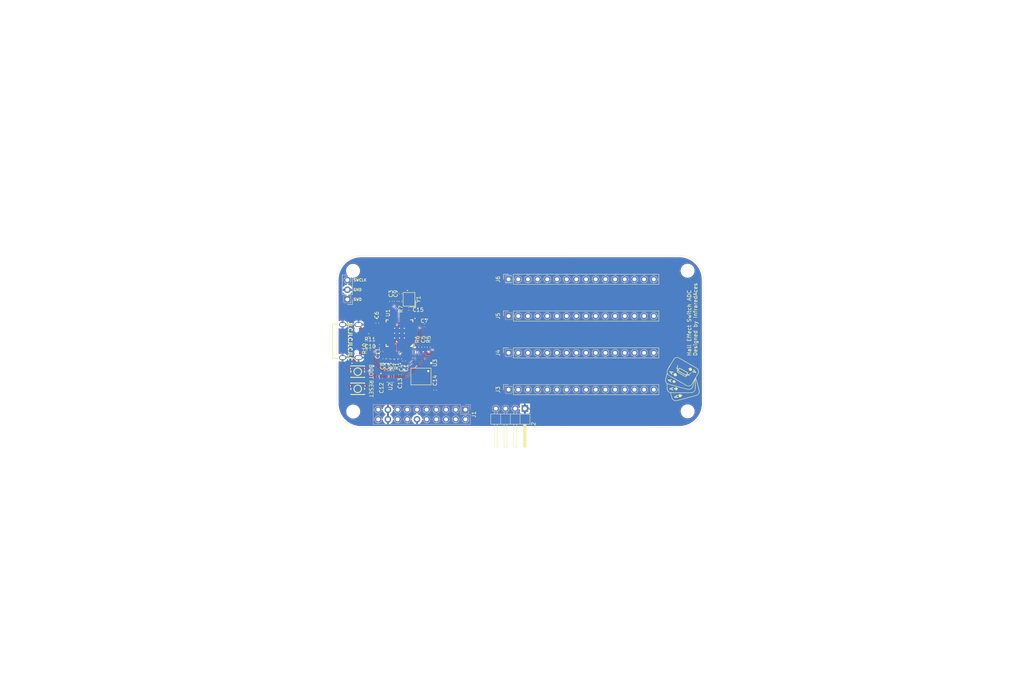
<source format=kicad_pcb>
(kicad_pcb (version 20240108) (generator "pcbnew") (generator_version "8.0")
  (layers (0 "F.Cu" signal) (31 "B.Cu" signal) (34 "B.Paste" user) (35 "F.Paste" user) (36 "B.SilkS" user "B.Silkscreen") (37 "F.SilkS" user "F.Silkscreen") (38 "B.Mask" user) (39 "F.Mask" user) (44 "Edge.Cuts" user))
  (net 0 "")
  (net 1 "+3V3")
  (net 2 "+1V1")
  (net 3 "1XIN")
  (net 4 "Net-(U1-USB_DP)")
  (net 5 "GND")
  (net 6 "Net-(U1-USB_DM)")
  (net 7 "1QSPI_SS")
  (net 8 "1XOUT")
  (net 9 "+5V")
  (net 10 "1QSPI_SD3")
  (net 11 "1QSPI_SCLK")
  (net 12 "1QSPI_SD0")
  (net 13 "1QSPI_SD2")
  (net 14 "1QSPI_SD1")
  (net 16 "USBC+")
  (net 17 "USBC-")
  (net 18 "SWD")
  (net 19 "SWCLK")
  (net 20 "GP27")
  (net 21 "GP28")
  (net 22 "GP26")
  (net 23 "GP29")
  (net 24 "GP04")
  (net 25 "Net-(R5-Pad2)")
  (net 26 "Net-(U1-RUN)")
  (net 27 "GP01")
  (net 28 "GP00")
  (net 29 "GP03")
  (net 30 "GP02")
  (net 31 "GP05")
  (net 32 "GP09")
  (net 33 "GP24")
  (net 34 "GP07")
  (net 35 "GP08")
  (net 36 "GP06")
  (net 37 "GP25")
  (net 38 "GP10")
  (net 39 "GP23")
  (net 40 "GP17")
  (net 41 "GP13")
  (net 42 "Net-(Y1-OSC2)")
  (net 43 "Net-(USBC1-CC2)")
  (net 44 "Net-(USBC1-CC1)")
  (net 47 "GP20")
  (net 48 "GP19")
  (net 49 "GP18")
  (net 50 "GP12")
  (net 51 "GP21")
  (net 52 "GP11")
  (net 53 "GP16")
  (net 54 "GP15")
  (net 55 "GP22")
  (net 56 "GP14")
  (footprint "easyeda:SW-SMD_4P-L3.6-W3.0-P1.50-LS4.7" (layer "F.Cu") (at 109.149288 111.7)
    (property "Reference" "SW2" (hide yes))
    (property "Value" "GT-TC030A-H020-L1N")
  )
  (footprint "easyeda:USB-C_SMD-TYPE-C-31-M-12" (layer "F.Cu") (at 107.649288 103.7 -90)
    (property "Reference" "USBC1" (hide yes))
    (property "Value" "TYPE-C-31-M-12")
  )
  (footprint "Capacitor_SMD:C_0402_1005Metric" (layer "F.Cu") (at 119.101788 93.2625 90)
    (property "Reference" "C9")
    (property "Value" "100n")
  )
  (footprint "Capacitor_SMD:C_0402_1005Metric" (layer "F.Cu") (at 114.871788 105.0125 180)
    (property "Reference" "C10")
    (property "Value" "100n")
  )
  (footprint "MountingHole:MountingHole_3.2mm_M3" (layer "F.Cu") (at 195.672549 85.225 -90)
    (property "Reference" "H1" (hide yes))
    (property "Value" "MountingHole")
  )
  (footprint "Capacitor_SMD:C_0402_1005Metric" (layer "F.Cu") (at 115.451788 106.4375 -90)
    (property "Reference" "C11")
    (property "Value" "100n")
  )
  (footprint "easyeda:SW-SMD_4P-L3.6-W3.0-P1.50-LS4.7" (layer "F.Cu") (at 109.149288 116.2)
    (property "Reference" "SW1" (hide yes))
    (property "Value" "GT-TC030A-H020-L1N")
  )
  (footprint "MountingHole:MountingHole_3.2mm_M3" (layer "F.Cu") (at 107.972549 122.175 -90)
    (property "Reference" "H4" (hide yes))
    (property "Value" "MountingHole")
  )
  (footprint "Resistor_SMD:R_0402_1005Metric" (layer "F.Cu") (at 112.039288 102.125)
    (property "Reference" "R11")
    (property "Value" "5.1k")
  )
  (footprint "Connector_PinHeader_2.54mm:PinHeader_1x03_P2.54mm_Vertical" (layer "F.Cu") (at 106.430121 92.759167 180)
    (property "Reference" "J9" (hide yes))
    (property "Value" "Conn_01x03_Pin")
  )
  (footprint "Capacitor_SMD:C_0402_1005Metric" (layer "F.Cu") (at 121.351788 108.9125 -90)
    (property "Reference" "C1")
    (property "Value" "100n")
  )
  (footprint "Capacitor_SMD:C_0402_1005Metric" (layer "F.Cu") (at 114.289288 98.9725 90)
    (property "Reference" "C6")
    (property "Value" "100n")
  )
  (footprint "Capacitor_SMD:C_0402_1005Metric" (layer "F.Cu") (at 115.264288 113.475 90)
    (property "Reference" "C12")
    (property "Value" "1u")
  )
  (footprint "Capacitor_SMD:C_0402_1005Metric" (layer "F.Cu") (at 117.851788 93.2625 90)
    (property "Reference" "C3")
    (property "Value" "100n")
  )
  (footprint "Logo:InfraredAces-logo-11.5x9mm" (layer "F.Cu") (at 194.300375 113.676211 90)
    (property "Reference" "G***" (hide yes))
    (property "Value" "LOGO" (hide yes))
  )
  (footprint "Capacitor_SMD:C_0402_1005Metric" (layer "F.Cu") (at 126.339288 105.2625 -90)
    (property "Reference" "C5")
    (property "Value" "100n")
  )
  (footprint "Capacitor_SMD:C_0402_1005Metric" (layer "F.Cu") (at 120.301788 108.3125 -90)
    (property "Reference" "C4")
    (property "Value" "100n")
  )
  (footprint "Capacitor_SMD:C_0402_1005Metric" (layer "F.Cu") (at 120.239288 112.495 -90)
    (property "Reference" "C13")
    (property "Value" "1u")
  )
  (footprint "Resistor_SMD:R_0402_1005Metric" (layer "F.Cu") (at 127.739288 105.2625 90)
    (property "Reference" "R5")
    (property "Value" "1k")
  )
  (footprint "Capacitor_SMD:C_0402_1005Metric" (layer "F.Cu") (at 126.614288 99.55)
    (property "Reference" "C7")
    (property "Value" "100n")
  )
  (footprint "Capacitor_SMD:C_0402_1005Metric" (layer "F.Cu") (at 120.351788 91.2625 90)
    (property "Reference" "C16" (hide yes))
    (property "Value" "15p")
  )
  (footprint "easyeda:CRYSTAL-SMD_4P-L2.5-W2.0-BL" (layer "F.Cu") (at 122.601788 92.725 90)
    (property "Reference" "Y1")
    (property "Value" "Q24FA20H0068700")
  )
  (footprint "Capacitor_SMD:C_0402_1005Metric" (layer "F.Cu") (at 129.414288 116.52 -90)
    (property "Reference" "C14")
    (property "Value" "100n")
  )
  (footprint "Connector_PinHeader_2.54mm:PinHeader_1x04_P2.54mm_Horizontal" (layer "F.Cu") (at 152.989288 121.375 -90)
    (property "Reference" "J2")
    (property "Value" "Conn_01x04_Pin")
  )
  (footprint "MountingHole:MountingHole_3.2mm_M3" (layer "F.Cu") (at 107.922549 85.265 -90)
    (property "Reference" "H3" (hide yes))
    (property "Value" "MountingHole")
  )
  (footprint "Resistor_SMD:R_0402_1005Metric" (layer "F.Cu") (at 120.351788 93.2625 -90)
    (property "Reference" "R7")
    (property "Value" "1k")
  )
  (footprint "Connector_PinSocket_2.54mm:PinSocket_1x16_P2.54mm_Vertical" (layer "F.Cu") (at 148.710712 116.425 90)
    (property "Reference" "J3")
    (property "Value" "Screw_Terminal_01x16")
  )
  (footprint "Connector_PinSocket_2.54mm:PinSocket_1x16_P2.54mm_Vertical" (layer "F.Cu") (at 148.710712 106.775 90)
    (property "Reference" "J4")
    (property "Value" "Screw_Terminal_01x16")
  )
  (footprint "Connector_PinSocket_2.54mm:PinSocket_1x16_P2.54mm_Vertical" (layer "F.Cu") (at 148.710712 87.475 90)
    (property "Reference" "J6")
    (property "Value" "Screw_Terminal_01x16")
  )
  (footprint "Resistor_SMD:R_0402_1005Metric" (layer "F.Cu") (at 112.039288 105.975 -90)
    (property "Reference" "R10")
    (property "Value" "5.1k")
  )
  (footprint "Resistor_SMD:R_0402_1005Metric" (layer "F.Cu") (at 119.251788 108.4375 90)
    (property "Reference" "R1")
    (property "Value" "22")
  )
  (footprint "easyeda:SOT-23-5_L3.0-W1.7-P0.95-LS2.8-BR" (layer "F.Cu") (at 117.739288 112.975 180)
    (property "Reference" "U2")
    (property "Value" "TLV73333PDBVR")
  )
  (footprint "Connector_PinSocket_2.54mm:PinSocket_1x16_P2.54mm_Vertical" (layer "F.Cu") (at 148.710712 97.125 90)
    (property "Reference" "J5")
    (property "Value" "Screw_Terminal_01x16")
  )
  (footprint "Resistor_SMD:R_0402_1005Metric" (layer "F.Cu") (at 118.201788 108.4375 90)
    (property "Reference" "R2")
    (property "Value" "22")
  )
  (footprint "Capacitor_SMD:C_0402_1005Metric" (layer "F.Cu") (at 117.101788 108.2825 -90)
    (property "Reference" "C2")
    (property "Value" "1u")
  )
  (footprint "Capacitor_SMD:C_0402_1005Metric" (layer "F.Cu") (at 122.489288 95.225 180)
    (property "Reference" "C15")
    (property "Value" "15p")
  )
  (footprint "easyeda:LQFN-56_L7.0-W7.0-P0.4-EP" (layer "F.Cu") (at 120.101788 101.6125 180)
    (property "Reference" "U1")
    (property "Value" "RP2040")
  )
  (footprint "easyeda:SOIC-8_L5.3-W5.3-P1.27-LS8.0-BL" (layer "F.Cu") (at 125.739288 112.975 180)
    (property "Reference" "U3")
    (property "Value" "W25Q128JVSIQTR")
  )
  (footprint "MountingHole:MountingHole_3.2mm_M3" (layer "F.Cu") (at 195.682549 122.115 -90)
    (property "Reference" "H2" (hide yes))
    (property "Value" "MountingHole")
  )
  (footprint "Resistor_SMD:R_0402_1005Metric" (layer "F.Cu") (at 124.781788 105.2825 -90)
    (property "Reference" "R6")
    (property "Value" "10k")
  )
  (footprint "Capacitor_SMD:C_0402_1005Metric" (layer "F.Cu") (at 116.101788 108.3375 -90)
    (property "Reference" "C8")
    (property "Value" "1u")
  )
  (footprint "Connector_PinSocket_2.54mm:PinSocket_2x10_P2.54mm_Vertical" (layer "B.Cu") (at 137.392549 121.665 90)
    (property "Reference" "J1")
    (property "Value" "Conn_02x10_Odd_Even")
  )
  (gr_line (start 199.857245 87.745015) (end 199.892549 119.755) (stroke (width 0.05)) (layer "Edge.Cuts"))
  (gr_arc (start 110.347853 126.454985) (mid 105.592551 124.645018) (end 103.667853 119.934985) (stroke (width 0.05)) (layer "Edge.Cuts"))
  (gr_arc (start 103.672564 87.910304) (mid 105.482531 83.155002) (end 110.192564 81.230304) (stroke (width 0.05)) (layer "Edge.Cuts"))
  (gr_arc (start 199.892549 119.755) (mid 198.082582 124.510302) (end 193.372549 126.435) (stroke (width 0.05)) (layer "Edge.Cuts"))
  (gr_line (start 193.372549 126.435) (end 110.347853 126.454985) (stroke (width 0.05)) (layer "Edge.Cuts"))
  (gr_arc (start 193.177245 81.225015) (mid 197.932547 83.034982) (end 199.857245 87.745015) (stroke (width 0.05)) (layer "Edge.Cuts"))
  (gr_line (start 103.667853 119.934985) (end 103.672564 87.910304) (stroke (width 0.05)) (layer "Edge.Cuts"))
  (gr_line (start 110.192564 81.230304) (end 193.177245 81.225015) (stroke (width 0.05)) (layer "Edge.Cuts"))
  (gr_text "BOOT" (at 112.649288 111.7 -90) (layer "F.SilkS") (effects (font (size 1 1))))
  (gr_text "JLCJLCJLCJLC" (at 107.149288 103.7 -90) (layer "F.SilkS") (effects (font (size 1 1) (thickness 0.25) (bold yes))))
  (gr_text "GND" (at 107.930121 90.219167 0) (layer "F.SilkS") (effects (font (size 0.7 0.7)) (justify left)))
  (gr_text "SWD" (at 107.930121 92.759167 0) (layer "F.SilkS") (effects (font (size 0.7 0.7)) (justify left)))
  (gr_text "SWCLK" (at 107.930121 87.679167 0) (layer "F.SilkS") (effects (font (size 0.7 0.7)) (justify left)))
  (gr_text "RESET" (at 112.649288 116.2 -90) (layer "F.SilkS") (effects (font (size 1 1))))
  (gr_text "Hall Effect Switch ADC\nDesigned by InfraredAces" (at 198.300375 107.676211 90) (layer "F.SilkS") (effects (font (size 1 1)) (justify left bottom)))
  (segment (start 119.901788 94.5425) (end 119.101788 93.7425) (width 0.127) (layer "F.Cu") (net 1))
  (segment (start 119.901788 105.05) (end 119.901788 106.0125) (width 0.2) (layer "F.Cu") (net 1))
  (segment (start 123.651788 104.4525) (end 123.971788 104.7725) (width 0.2) (layer "F.Cu") (net 1))
  (segment (start 121.004288 111.25) (end 120.239288 112.015) (width 0.4) (layer "F.Cu") (net 1))
  (segment (start 116.101788 107.3875) (end 116.664288 106.825) (width 0.4) (layer "F.Cu") (net 1))
  (segment (start 119.901788 105.05) (end 119.901788 104.3125) (width 0.2) (layer "F.Cu") (net 1))
  (segment (start 119.501788 105.05) (end 119.501788 106.1125) (width 0.2) (layer "F.Cu") (net 1))
  (segment (start 125.361788 104.7725) (end 125.539288 104.95) (width 0.4) (layer "F.Cu") (net 1))
  (segment (start 129.414288 108.697021) (end 129.414288 116.04) (width 0.4) (layer "F.Cu") (net 1))
  (segment (start 115.451788 105.9575) (end 114.256788 105.9575) (width 0.4) (layer "F.Cu") (net 1))
  (segment (start 117.901788 105.05) (end 117.901788 105.6625) (width 0.2) (layer "F.Cu") (net 1))
  (segment (start 118.839288 112.025) (end 120.229288 112.025) (width 0.4) (layer "F.Cu") (net 1))
  (segment (start 123.539288 104.2125) (end 122.751788 104.2125) (width 0.2) (layer "F.Cu") (net 1))
  (segment (start 125.071788 100.6125) (end 125.414288 100.27) (width 0.2) (layer "F.Cu") (net 1))
  (segment (start 125.539288 104.95) (end 125.539288 106.675) (width 0.4) (layer "F.Cu") (net 1))
  (segment (start 116.101788 107.8575) (end 116.101788 107.3875) (width 0.4) (layer "F.Cu") (net 1))
  (segment (start 116.664288 106.825) (end 116.664288 104.31251) (width 0.4) (layer "F.Cu") (net 1))
  (segment (start 125.539288 106.675) (end 126.085288 107.221) (width 0.4) (layer "F.Cu") (net 1))
  (segment (start 126.551606 107.221) (end 127.078606 107.748) (width 0.4) (layer "F.Cu") (net 1))
  (segment (start 129.414288 116.04) (end 128.179288 116.04) (width 0.4) (layer "F.Cu") (net 1))
  (segment (start 117.757503 111.114446) (end 117.928734 111.114446) (width 0.4) (layer "F.Cu") (net 1))
  (segment (start 117.901788 104.4125) (end 117.701788 104.2125) (width 0.2) (layer "F.Cu") (net 1))
  (segment (start 120.135288 99) (end 120.414288 99) (width 0.2) (layer "F.Cu") (net 1))
  (segment (start 117.581788 105.9575) (end 115.451788 105.9575) (width 0.4) (layer "F.Cu") (net 1))
  (segment (start 121.356788 111.25) (end 121.004288 111.25) (width 0.4) (layer "F.Cu") (net 1))
  (segment (start 117.701788 105.8375) (end 117.581788 105.9575) (width 0.4) (layer "F.Cu") (net 1))
  (segment (start 119.651788 106.2625) (end 119.651788 107.250504) (width 0.2) (layer "F.Cu") (net 1))
  (segment (start 123.651788 104.2125) (end 123.651788 104.4525) (width 0.2) (layer "F.Cu") (net 1))
  (segment (start 119.501788 104.4125) (end 119.551788 104.3625) (width 0.2) (layer "F.Cu") (net 1))
  (segment (start 124.781788 104.7725) (end 125.361788 104.7725) (width 0.4) (layer "F.Cu") (net 1))
  (segment (start 117.376788 100.6125) (end 115.449288 100.6125) (width 0.2) (layer "F.Cu") (net 1))
  (segment (start 115.481788 104.9875) (end 117.351788 104.9875) (width 0.4) (layer "F.Cu") (net 1))
  (segment (start 117.901788 105.6625) (end 117.701788 105.8625) (width 0.2) (layer "F.Cu") (net 1))
  (segment (start 114.256788 105.9575) (end 113.739288 106.475) (width 0.4) (layer "F.Cu") (net 1))
  (segment (start 117.451788 104.2125) (end 117.501788 104.2625) (width 0.2) (layer "F.Cu") (net 1))
  (segment (start 128.179288 116.04) (end 127.644288 116.575) (width 0.4) (layer "F.Cu") (net 1))
  (segment (start 117.501788 104.2625) (end 117.501788 105.05) (width 0.2) (layer "F.Cu") (net 1))
  (segment (start 120.135288 99) (end 119.901788 98.7665) (width 0.2) (layer "F.Cu") (net 1))
  (segment (start 119.501788 105.05) (end 119.501788 104.4125) (width 0.2) (layer "F.Cu") (net 1))
  (segment (start 125.434288 100.25) (end 126.134288 99.55) (width 0.2) (layer "F.Cu") (net 1))
  (segment (start 115.449288 100.6125) (end 114.289288 99.4525) (width 0.2) (layer "F.Cu") (net 1))
  (segment (start 126.085288 107.221) (end 126.551606 107.221) (width 0.4) (layer "F.Cu") (net 1))
  (segment (start 119.901788 98.0625) (end 119.901788 94.5425) (width 0.127) (layer "F.Cu") (net 1))
  (segment (start 125.414288 100.25) (end 125.434288 100.25) (width 0.2) (layer "F.Cu") (net 1))
  (segment (start 122.851788 100.6125) (end 125.071788 100.6125) (width 0.2) (layer "F.Cu") (net 1))
  (segment (start 119.501788 106.1125) (end 119.651788 106.2625) (width 0.2) (layer "F.Cu") (net 1))
  (segment (start 119.901788 106.0125) (end 119.651788 106.2625) (width 0.2) (layer "F.Cu") (net 1))
  (segment (start 117.901788 105.05) (end 117.901788 104.4125) (width 0.2) (layer "F.Cu") (net 1))
  (segment (start 115.451788 105.0175) (end 115.451788 105.9575) (width 0.4) (layer "F.Cu") (net 1))
  (segment (start 119.901788 98.7665) (end 119.901788 98.0625) (width 0.2) (layer "F.Cu") (net 1))
  (segment (start 119.651788 107.250504) (end 120.233784 107.8325) (width 0.2) (layer "F.Cu") (net 1))
  (segment (start 128.465267 107.748) (end 129.414288 108.697021) (width 0.4) (layer "F.Cu") (net 1))
  (segment (start 116.664288 104.2125) (end 117.451788 104.2125) (width 0.2) (layer "F.Cu") (net 1))
  (segment (start 127.078606 107.748) (end 128.465267 107.748) (width 0.4) (layer "F.Cu") (net 1))
  (segment (start 123.971788 104.7725) (end 124.781788 104.7725) (width 0.4) (layer "F.Cu") (net 1))
  (segment (start 117.928734 111.114446) (end 118.839288 112.025) (width 0.4) (layer "F.Cu") (net 1))
  (segment (start 117.489288 100.725) (end 117.376788 100.6125) (width 0.2) (layer "F.Cu") (net 1))
  (segment (start 126.329288 104.7725) (end 124.781788 104.7725) (width 0.4) (layer "F.Cu") (net 1))
  (segment (start 125.414288 100.27) (end 125.414288 100.25) (width 0.2) (layer "F.Cu") (net 1))
  (via (at 117.757503 111.114446) (size 0.6) (drill 0.3) (layers "F.Cu" "B.Cu") (net 1))
  (via (at 123.971788 104.7725) (size 0.6) (drill 0.3) (layers "F.Cu" "B.Cu") (net 1))
  (via (at 121.356788 111.25) (size 0.6) (drill 0.3) (layers "F.Cu" "B.Cu") (net 1))
  (via (at 113.739288 106.475) (size 0.6) (drill 0.3) (layers "F.Cu" "B.Cu") (net 1))
  (via (at 125.414288 100.25) (size 0.6) (drill 0.3) (layers "F.Cu" "B.Cu") (net 1))
  (segment (start 123.971788 104.7725) (end 123.914288 104.83) (width 0.4) (layer "B.Cu") (net 1))
  (segment (start 123.971788 104.7725) (end 125.414288 103.33) (width 0.4) (layer "B.Cu") (net 1))
  (segment (start 115.505224 111.114446) (end 113.739288 109.34851) (width 0.4) (layer "B.Cu") (net 1))
  (segment (start 113.739288 109.34851) (end 113.739288 106.475) (width 0.4) (layer "B.Cu") (net 1))
  (segment (start 123.914288 104.83) (end 123.914288 108.6925) (width 0.4) (layer "B.Cu") (net 1))
  (segment (start 125.414288 103.33) (end 125.414288 100.25) (width 0.4) (layer "B.Cu") (net 1))
  (segment (start 123.914288 108.6925) (end 121.356788 111.25) (width 0.4) (layer "B.Cu") (net 1))
  (segment (start 117.757503 111.114446) (end 115.505224 111.114446) (width 0.4) (layer "B.Cu") (net 1))
  (segment (start 120.301788 105.05) (end 120.301788 106.962498) (width 0.2) (layer "F.Cu") (net 2))
  (segment (start 118.664288 94.555) (end 119.501788 95.3925) (width 0.2) (layer "F.Cu") (net 2))
  (segment (start 121.351788 107.8625) (end 120.451787 106.962499) (width 0.2) (layer "F.Cu") (net 2))
  (segment (start 120.451787 106.962499) (end 120.301787 106.962499) (width 0.2) (layer "F.Cu") (net 2))
  (segment (start 117.101788 107.3625) (end 117.101788 107.8025) (width 0.2) (layer "F.Cu") (net 2))
  (segment (start 118.301788 104.3625) (end 118.501788 104.1625) (width 0.2) (layer "F.Cu") (net 2))
  (segment (start 118.664288 94.555) (end 117.871788 93.7625) (width 0.2) (layer "F.Cu") (net 2))
  (segment (start 118.301788 105.05) (end 118.301788 106.1625) (width 0.2) (layer "F.Cu") (net 2))
  (segment (start 118.301788 105.05) (end 118.301788 104.3625) (width 0.2) (layer "F.Cu") (net 2))
  (segment (start 119.501788 95.3925) (end 119.501788 98.0625) (width 0.2) (layer "F.Cu") (net 2))
  (segment (start 120.301788 106.962498) (end 120.301787 106.962499) (width 0.2) (layer "F.Cu") (net 2))
  (segment (start 121.351788 108.4325) (end 121.351788 107.8625) (width 0.2) (layer "F.Cu") (net 2))
  (segment (start 118.301788 106.1625) (end 117.101788 107.3625) (width 0.2) (layer "F.Cu") (net 2))
  (via (at 118.664288 94.555) (size 0.6) (drill 0.35) (layers "F.Cu" "B.Cu") (net 2))
  (via (at 120.301787 106.962499) (size 0.6) (drill 0.35) (layers "F.Cu" "B.Cu") (net 2))
  (via (at 119.451888 99.504771) (size 0.6) (drill 0.35) (layers "F.Cu" "B.Cu") (net 2))
  (via (at 119.301788 103.767445) (size 0.6) (drill 0.35) (layers "F.Cu" "B.Cu") (net 2))
  (segment (start 119.914288 99.042371) (end 119.451888 99.504771) (width 0.2) (layer "B.Cu") (net 2))
  (segment (start 119.301788 105.9625) (end 120.301787 106.962499) (width 0.15) (layer "B.Cu") (net 2))
  (segment (start 119.914288 95.805) (end 119.914288 99.042371) (width 0.2) (layer "B.Cu") (net 2))
  (segment (start 118.664288 94.555) (end 119.914288 95.805) (width 0.2) (layer "B.Cu") (net 2))
  (segment (start 119.301788 103.767445) (end 119.301788 105.9625) (width 0.15) (layer "B.Cu") (net 2))
  (segment (start 122.009288 95.225) (end 123.301788 93.9325) (width 0.2) (layer "F.Cu") (net 3))
  (segment (start 120.701788 98.0625) (end 120.701788 97.30167) (width 0.2) (layer "F.Cu") (net 3))
  (segment (start 122.009288 95.99417) (end 122.009288 95.225) (width 0.2) (layer "F.Cu") (net 3))
  (segment (start 120.701788 97.30167) (end 122.009288 95.99417) (width 0.2) (layer "F.Cu") (net 3))
  (segment (start 119.101788 107.0375) (end 119.251788 107.1875) (width 0.2) (layer "F.Cu") (net 4))
  (segment (start 119.101788 105.05) (end 119.101788 107.0375) (width 0.2) (layer "F.Cu") (net 4))
  (segment (start 119.251788 107.1875) (end 119.251788 107.9275) (width 0.2) (layer "F.Cu") (net 4))
  (segment (start 117.101788 108.7625) (end 117.101788 109.5825) (width 0.4) (layer "F.Cu") (net 5))
  (segment (start 126.914288 98) (end 126.914288 99.37) (width 0.4) (layer "F.Cu") (net 5))
  (segment (start 120.301788 108.7925) (end 120.301788 109.5825) (width 0.4) (layer "F.Cu") (net 5))
  (segment (start 123.301788 92.2) (end 121.901788 93.6) (width 0.127) (layer "F.Cu") (net 5))
  (segment (start 122.180788 90.4) (end 120.734288 90.4) (width 0.4) (layer "F.Cu") (net 5))
  (segment (start 110.344288 106.95) (end 110.344288 107.105) (width 0.2) (layer "F.Cu") (net 5))
  (segment (start 114.164288 98.3675) (end 114.289288 98.4925) (width 0.4) (layer "F.Cu") (net 5))
  (segment (start 109.429288 99.535) (end 110.344288 100.45) (width 0.2) (layer "F.Cu") (net 5))
  (segment (start 124.464288 94.75) (end 124.414288 94.75) (width 0.4) (layer "F.Cu") (net 5))
  (segment (start 124.489288 92.225) (end 124.489288 94.725) (width 0.4) (layer "F.Cu") (net 5))
  (segment (start 114.164288 97.75) (end 114.164288 98.3675) (width 0.4) (layer "F.Cu") (net 5))
  (segment (start 121.101788 97.3125) (end 122.969288 95.445) (width 0.127) (layer "F.Cu") (net 5))
  (segment (start 124.114288 91.85) (end 124.489288 92.225) (width 0.4) (layer "F.Cu") (net 5))
  (segment (start 124.489288 94.725) (end 124.464288 94.75) (width 0.4) (layer "F.Cu") (net 5))
  (segment (start 110.344288 107.105) (end 109.429288 108.02) (width 0.2) (layer "F.Cu") (net 5))
  (segment (start 114.701788 106.9375) (end 115.431788 106.9375) (width 0.4) (layer "F.Cu") (net 5))
  (segment (start 121.351788 109.3925) (end 121.351788 110.1825) (width 0.4) (layer "F.Cu") (net 5))
  (segment (start 113.621788 105.0125) (end 114.391788 105.0125) (width 0.4) (layer "F.Cu") (net 5))
  (segment (start 126.339288 106.475) (end 126.339288 105.7425) (width 0.4) (layer "F.Cu") (net 5))
  (segment (start 122.180788 90.4) (end 123.301788 91.521) (width 0.4) (layer "F.Cu") (net 5))
  (segment (start 124.414288 94.75) (end 124.414288 94.8) (width 0.4) (layer "F.Cu") (net 5))
  (segment (start 120.734288 90.4) (end 120.351788 90.7825) (width 0.4) (layer "F.Cu") (net 5))
  (segment (start 116.101788 109.5875) (end 116.101788 108.8175) (width 0.4) (layer "F.Cu") (net 5))
  (segment (start 121.101788 98.0625) (end 121.101788 97.3125) (width 0.127) (layer "F.Cu") (net 5))
  (segment (start 123.989288 95.225) (end 122.969288 95.225) (width 0.4) (layer "F.Cu") (net 5))
  (segment (start 124.414288 94.8) (end 123.989288 95.225) (width 0.4) (layer "F.Cu") (net 5))
  (segment (start 123.301788 91.85) (end 124.114288 91.85) (width 0.4) (layer "F.Cu") (net 5))
  (segment (start 115.239288 112.175) (end 115.239288 112.97) (width 0.4) (layer "F.Cu") (net 5))
  (segment (start 126.914288 99.37) (end 127.094288 99.55) (width 0.4) (layer "F.Cu") (net 5))
  (via (at 115.239288 112.175) (size 0.6) (drill 0.35) (layers "F.Cu" "B.Cu") (net 5))
  (via (at 113.414288 110.25) (size 0.6) (drill 0.3) (layers "F.Cu" "B.Cu") (net 5))
  (via (at 118.826788 102.8875) (size 0.6) (drill 0.3) (layers "F.Cu" "B.Cu") (net 5))
  (via (at 124.164288 97.75) (size 0.6) (drill 0.3) (layers "F.Cu" "B.Cu") (net 5))
  (via (at 117.101788 109.5825) (size 0.6) (drill 0.35) (layers "F.Cu" "B.Cu") (net 5))
  (via (at 121.376788 102.8875) (size 0.6) (drill 0.3) (layers "F.Cu" "B.Cu") (net 5))
  (via (at 120.101788 102.8875) (size 0.6) (drill 0.3) (layers "F.Cu" "B.Cu") (net 5))
  (via (at 120.101788 100.3375) (size 0.6) (drill 0.3) (layers "F.Cu" "B.Cu") (net 5))
  (via (at 120.064288 101.65) (size 0.6) (drill 0.3) (layers "F.Cu" "B.Cu") (net 5))
  (via (at 126.339288 106.475) (size 0.6) (drill 0.35) (layers "F.Cu" "B.Cu") (net 5))
  (via (at 113.621788 105.0125) (size 0.6) (drill 0.35) (layers "F.Cu" "B.Cu") (net 5))
  (via (at 120.301788 109.5825) (size 0.6) (drill 0.35) (layers "F.Cu" "B.Cu") (net 5))
  (via (at 118.826788 100.3375) (size 0.6) (drill 0.3) (layers "F.Cu" "B.Cu") (net 5))
  (via (at 121.351788 110.1825) (size 0.6) (drill 0.35) (layers "F.Cu" "B.Cu") (net 5))
  (via (at 116.101788 109.5875) (size 0.6) (drill 0.35) (layers "F.Cu" "B.Cu") (net 5))
  (via (at 126.914288 98) (size 0.6) (drill 0.35) (layers "F.Cu" "B.Cu") (net 5))
  (via (at 107.664288 109.5) (size 0.6) (drill 0.3) (layers "F.Cu" "B.Cu") (net 5))
  (via (at 114.701788 106.9375) (size 0.6) (drill 0.35) (layers "F.Cu" "B.Cu") (net 5))
  (via (at 121.376788 100.3375) (size 0.6) (drill 0.3) (layers "F.Cu" "B.Cu") (net 5))
  (via (at 118.826788 101.6125) (size 0.6) (drill 0.3) (layers "F.Cu" "B.Cu") (net 5))
  (via (at 122.180788 90.4) (size 0.6) (drill 0.3) (layers "F.Cu" "B.Cu") (net 5))
  (via (at 114.164288 97.75) (size 0.6) (drill 0.35) (layers "F.Cu" "B.Cu") (net 5))
  (via (at 121.376788 101.6125) (size 0.6) (drill 0.3) (layers "F.Cu" "B.Cu") (net 5))
  (segment (start 121.376788 100.3375) (end 118.826788 100.3375) (width 0.15) (layer "B.Cu") (net 5))
  (segment (start 118.826788 100.3375) (end 118.826788 102.8875) (width 0.15) (layer "B.Cu") (net 5))
  (segment (start 120.064288 101.65) (end 121.376788 100.3375) (width 0.15) (layer "B.Cu") (net 5))
  (segment (start 118.826788 102.8875) (end 121.376788 102.8875) (width 0.15) (layer "B.Cu") (net 5))
  (segment (start 118.826788 102.8875) (end 120.064288 101.65) (width 0.15) (layer "B.Cu") (net 5))
  (segment (start 118.826788 101.6125) (end 121.376788 101.6125) (width 0.15) (layer "B.Cu") (net 5))
  (segment (start 118.826788 100.3375) (end 121.376788 102.8875) (width 0.15) (layer "B.Cu") (net 5))
  (segment (start 120.101788 102.8875) (end 120.101788 100.3375) (width 0.15) (layer "B.Cu") (net 5))
  (segment (start 121.376788 101.6125) (end 121.376788 102.8875) (width 0.15) (layer "B.Cu") (net 5))
  (segment (start 121.376788 100.3375) (end 121.376788 101.6125) (width 0.15) (layer "B.Cu") (net 5))
  (segment (start 118.201788 107.5375) (end 118.201788 107.9275) (width 0.2) (layer "F.Cu") (net 6))
  (segment (start 118.701788 107.0375) (end 118.201788 107.5375) (width 0.2) (layer "F.Cu") (net 6))
  (segment (start 118.701788 105.05) (end 118.701788 107.0375) (width 0.2) (layer "F.Cu") (net 6))
  (segment (start 123.056788 105.7925) (end 124.781788 105.7925) (width 0.2) (layer "F.Cu") (net 7))
  (segment (start 126.374736 107.648) (end 126.901736 108.175) (width 0.2) (layer "F.Cu") (net 7))
  (segment (start 124.731788 106.5675) (end 124.731788 105.8425) (width 0.2) (layer "F.Cu") (net 7))
  (segment (start 124.739288 106.575) (end 124.731788 106.5675) (width 0.2) (layer "F.Cu") (net 7))
  (segment (start 125.812288 107.648) (end 126.374736 107.648) (width 0.2) (layer "F.Cu") (net 7))
  (segment (start 127.644288 108.38) (end 127.644288 109.375) (width 0.2) (layer "F.Cu") (net 7))
  (segment (start 126.901736 108.175) (end 127.439288 108.175) (width 0.2) (layer "F.Cu") (net 7))
  (segment (start 127.739288 106.475) (end 127.739288 105.7725) (width 0.2) (layer "F.Cu") (net 7))
  (segment (start 122.701788 105.4375) (end 123.056788 105.7925) (width 0.2) (layer "F.Cu") (net 7))
  (segment (start 127.439288 108.175) (end 127.644288 108.38) (width 0.2) (layer "F.Cu") (net 7))
  (segment (start 124.739288 106.575) (end 125.812288 107.648) (width 0.2) (layer "F.Cu") (net 7))
  (via (at 127.739288 106.475) (size 0.6) (drill 0.35) (layers "F.Cu" "B.Cu") (net 7))
  (via (at 124.739288 106.575) (size 0.6) (drill 0.35) (layers "F.Cu" "B.Cu") (net 7))
  (segment (start 125.244288 107.08) (end 124.739288 106.575) (width 0.2) (layer "B.Cu") (net 7))
  (segment (start 127.739288 106.475) (end 127.134288 107.08) (width 0.2) (layer "B.Cu") (net 7))
  (segment (start 127.134288 107.08) (end 125.244288 107.08) (width 0.2) (layer "B.Cu") (net 7))
  (segment (start 120.301788 98.0625) (end 120.301788 93.8225) (width 0.2) (layer "F.Cu") (net 8))
  (segment (start 109.015074 109.5) (end 111.664288 109.5) (width 0.4) (layer "F.Cu") (net 9))
  (segment (start 108.912288 101.903) (end 109.365288 101.45) (width 0.2) (layer "F.Cu") (net 9))
  (segment (start 111.664288 109.5) (end 114.339288 112.175) (width 0.4) (layer "F.Cu") (net 9))
  (segment (start 111.214288 98.7) (end 111.214288 101.009) (width 0.4) (layer "F.Cu") (net 9))
  (segment (start 109.365288 101.45) (end 110.119288 101.45) (width 0.2) (layer "F.Cu") (net 9))
  (segment (start 114.339288 112.175) (end 114.339288 113.275) (width 0.4) (layer "F.Cu") (net 9))
  (segment (start 111.073288 101.15) (end 110.119288 101.15) (width 0.4) (layer "F.Cu") (net 9))
  (segment (start 111.073288 106.25) (end 111.264288 106.441) (width 0.4) (layer "F.Cu") (net 9))
  (segment (start 107.954288 98.3) (end 108.454288 97.8) (width 0.4) (layer "F.Cu") (net 9))
  (segment (start 117.739288 113.475) (end 117.289288 113.925) (width 0.4) (layer "F.Cu") (net 9))
  (segment (start 116.639288 112.025) (end 117.569288 112.025) (width 0.4) (layer "F.Cu") (net 9))
  (segment (start 111.214288 101.009) (end 111.073288 101.15) (width 0.4) (layer "F.Cu") (net 9))
  (segment (start 107.954288 108.439214) (end 109.015074 109.5) (width 0.4) (layer "F.Cu") (net 9))
  (segment (start 109.365288 105.95) (end 108.912288 105.497) (width 0.2) (layer "F.Cu") (net 9))
  (segment (start 110.119288 106.25) (end 111.073288 106.25) (width 0.4) (layer "F.Cu") (net 9))
  (segment (start 117.569288 112.025) (end 117.739288 112.195) (width 0.4) (layer "F.Cu") (net 9))
  (segment (start 114.339288 113.275) (end 115.019288 113.955) (width 0.4) (layer "F.Cu") (net 9))
  (segment (start 111.264288 106.441) (end 111.264288 109.1) (width 0.4) (layer "F.Cu") (net 9))
  (segment (start 115.019288 113.955) (end 115.264288 113.955) (width 0.4) (layer "F.Cu") (net 9))
  (segment (start 110.119288 105.95) (end 109.365288 105.95) (width 0.2) (layer "F.Cu") (net 9))
  (segment (start 107.954288 98.3) (end 107.954288 108.439214) (width 0.4) (layer "F.Cu") (net 9))
  (segment (start 115.264288 113.955) (end 116.609288 113.955) (width 0.4) (layer "F.Cu") (net 9))
  (segment (start 117.739288 112.195) (end 117.739288 113.475) (width 0.4) (layer "F.Cu") (net 9))
  (segment (start 110.314288 97.8) (end 111.214288 98.7) (width 0.4) (layer "F.Cu") (net 9))
  (segment (start 117.289288 113.925) (end 116.639288 113.925) (width 0.4) (layer "F.Cu") (net 9))
  (segment (start 108.454288 97.8) (end 110.314288 97.8) (width 0.4) (layer "F.Cu") (net 9))
  (segment (start 108.912288 105.497) (end 108.912288 101.903) (width 0.2) (layer "F.Cu") (net 9))
  (segment (start 111.264288 109.1) (end 111.664288 109.5) (width 0.4) (layer "F.Cu") (net 9))
  (segment (start 120.701788 106.5069) (end 121.956788 107.7619) (width 0.2) (layer "F.Cu") (net 10))
  (segment (start 120.701788 105.05) (end 120.701788 106.5069) (width 0.2) (layer "F.Cu") (net 10))
  (segment (start 121.956788 117.0425) (end 123.314288 118.4) (width 0.2) (layer "F.Cu") (net 10))
  (segment (start 121.956788 107.7619) (end 121.956788 117.0425) (width 0.2) (layer "F.Cu") (net 10))
  (segment (start 123.314288 118.4) (end 125.314288 118.4) (width 0.2) (layer "F.Cu") (net 10))
  (segment (start 125.314288 118.4) (end 126.374288 117.34) (width 0.2) (layer "F.Cu") (net 10))
  (segment (start 123.514288 118) (end 124.479287 118) (width 0.2) (layer "F.Cu") (net 11))
  (segment (start 124.479287 118) (end 125.104288 117.374999) (width 0.2) (layer "F.Cu") (net 11))
  (segment (start 122.283788 116.7695) (end 123.514288 118) (width 0.2) (layer "F.Cu") (net 11))
  (segment (start 121.101788 106.3375) (end 122.283788 107.5195) (width 0.2) (layer "F.Cu") (net 11))
  (segment (start 122.283788 107.5195) (end 122.283788 116.7695) (width 0.2) (layer "F.Cu") (net 11))
  (segment (start 121.101788 105.05) (end 121.101788 106.3375) (width 0.2) (layer "F.Cu") (net 11))
  (segment (start 122.610788 115.3515) (end 123.834288 116.575) (width 0.2) (layer "F.Cu") (net 12))
  (segment (start 121.501788 105.05) (end 121.501788 106.170816) (width 0.2) (layer "F.Cu") (net 12))
  (segment (start 121.501788 106.170816) (end 122.610788 107.279816) (width 0.2) (layer "F.Cu") (net 12))
  (segment (start 122.610788 107.279816) (end 122.610788 115.3515) (width 0.2) (layer "F.Cu") (net 12))
  (segment (start 124.570328 107.802) (end 125.104288 108.33596) (width 0.2) (layer "F.Cu") (net 13))
  (segment (start 121.901788 105.05) (end 121.901788 106.108368) (width 0.2) (layer "F.Cu") (net 13))
  (segment (start 121.901788 106.108368) (end 123.59542 107.802) (width 0.2) (layer "F.Cu") (net 13))
  (segment (start 123.59542 107.802) (end 124.570328 107.802) (width 0.2) (layer "F.Cu") (net 13))
  (segment (start 125.104288 108.33596) (end 125.104288 109.375) (width 0.2) (layer "F.Cu") (net 13))
  (segment (start 125.205776 107.975) (end 126.239288 107.975) (width 0.2) (layer "F.Cu") (net 14))
  (segment (start 122.301788 105.05) (end 122.301788 106.0375) (width 0.2) (layer "F.Cu") (net 14))
  (segment (start 126.374288 108.11) (end 126.374288 109.375) (width 0.2) (layer "F.Cu") (net 14))
  (segment (start 122.301788 106.0375) (end 123.739288 107.475) (width 0.2) (layer "F.Cu") (net 14))
  (segment (start 123.739288 107.475) (end 124.705776 107.475) (width 0.2) (layer "F.Cu") (net 14))
  (segment (start 126.239288 107.975) (end 126.374288 108.11) (width 0.2) (layer "F.Cu") (net 14))
  (segment (start 124.705776 107.475) (end 125.205776 107.975) (width 0.2) (layer "F.Cu") (net 14))
  (segment (start 111.296288 103.573) (end 111.296288 104.327) (width 0.2) (layer "F.Cu") (net 16))
  (segment (start 112.689788 106.736477) (end 115.169788 109.216477) (width 0.2) (layer "F.Cu") (net 16))
  (segment (start 111.184288 103.45) (end 112.689788 104.9555) (width 0.2) (layer "F.Cu") (net 16))
  (segment (start 115.169788 109.216477) (end 115.169788 109.973548) (width 0.2) (layer "F.Cu") (net 16))
  (segment (start 112.689788 104.9555) (end 112.689788 106.736477) (width 0.2) (layer "F.Cu") (net 16))
  (segment (start 111.296288 104.327) (end 111.173288 104.45) (width 0.2) (layer "F.Cu") (net 16))
  (segment (start 111.173288 104.45) (end 110.344288 104.45) (width 0.2) (layer "F.Cu") (net 16))
  (segment (start 117.679788 110.5195) (end 119.251788 108.9475) (width 0.2) (layer "F.Cu") (net 16))
  (segment (start 115.169788 109.973548) (end 115.71574 110.5195) (width 0.2) (layer "F.Cu") (net 16))
  (segment (start 115.71574 110.5195) (end 117.679788 110.5195) (width 0.2) (layer "F.Cu") (net 16))
  (segment (start 111.173288 103.45) (end 111.184288 103.45) (width 0.2) (layer "F.Cu") (net 16))
  (segment (start 110.344288 103.45) (end 111.173288 103.45) (width 0.2) (layer "F.Cu") (net 16))
  (segment (start 111.173288 103.45) (end 111.296288 103.573) (width 0.2) (layer "F.Cu") (net 16))
  (segment (start 115.851188 110.1925) (end 117.54434 110.1925) (width 0.2) (layer "F.Cu") (net 17))
  (segment (start 118.201788 109.535052) (end 118.201788 108.9475) (width 0.2) (layer "F.Cu") (net 17))
  (segment (start 113.016788 106.601029) (end 115.496788 109.081029) (width 0.2) (layer "F.Cu") (net 17))
  (segment (start 115.496788 109.8381) (end 115.851188 110.1925) (width 0.2) (layer "F.Cu") (net 17))
  (segment (start 110.344288 102.95) (end 111.146736 102.95) (width 0.2) (layer "F.Cu") (net 17))
  (segment (start 109.239288 103.13) (end 109.239288 103.77) (width 0.2) (layer "F.Cu") (net 17))
  (segment (start 110.344288 102.95) (end 109.419288 102.95) (width 0.2) (layer "F.Cu") (net 17))
  (segment (start 109.239288 103.77) (end 109.419288 103.95) (width 0.2) (layer "F.Cu") (net 17))
  (segment (start 113.016788 104.820052) (end 113.016788 106.601029) (width 0.2) (layer "F.Cu") (net 17))
  (segment (start 117.54434 110.1925) (end 118.201788 109.535052) (width 0.2) (layer "F.Cu") (net 17))
  (segment (start 111.146736 102.95) (end 113.016788 104.820052) (width 0.2) (layer "F.Cu") (net 17))
  (segment (start 109.419288 102.95) (end 109.239288 103.13) (width 0.2) (layer "F.Cu") (net 17))
  (segment (start 115.496788 109.081029) (end 115.496788 109.8381) (width 0.2) (layer "F.Cu") (net 17))
  (segment (start 109.419288 103.95) (end 110.344288 103.95) (width 0.2) (layer "F.Cu") (net 17))
  (segment (start 115.87884 93.527) (end 118.701788 96.349948) (width 0.2) (layer "F.Cu") (net 18))
  (segment (start 108.087288 92.883977) (end 108.730311 93.527) (width 0.2) (layer "F.Cu") (net 18))
  (segment (start 118.701788 96.349948) (end 118.701788 98.175) (width 0.2) (layer "F.Cu") (net 18))
  (segment (start 106.554931 92.883977) (end 108.087288 92.883977) (width 0.2) (layer "F.Cu") (net 18))
  (segment (start 108.730311 93.527) (end 115.87884 93.527) (width 0.2) (layer "F.Cu") (net 18))
  (segment (start 119.101788 96.2875) (end 116.014288 93.2) (width 0.2) (layer "F.Cu") (net 19))
  (segment (start 119.101788 98.175) (end 119.101788 96.2875) (width 0.2) (layer "F.Cu") (net 19))
  (segment (start 116.014288 93.2) (end 108.865759 93.2) (width 0.2) (layer "F.Cu") (net 19))
  (segment (start 108.414288 89.663334) (end 106.430121 87.679167) (width 0.2) (layer "F.Cu") (net 19))
  (segment (start 108.865759 93.2) (end 108.414288 92.748529) (width 0.2) (layer "F.Cu") (net 19))
  (segment (start 108.414288 92.748529) (end 108.414288 89.663334) (width 0.2) (layer "F.Cu") (net 19))
  (segment (start 107.249288 110.95) (end 110.914288 110.95) (width 0.2) (layer "F.Cu") (net 25))
  (segment (start 128.266788 104.7525) (end 127.739288 104.7525) (width 0.2) (layer "F.Cu") (net 25))
  (segment (start 128.739288 105.975) (end 128.739288 105.225) (width 0.2) (layer "F.Cu") (net 25))
  (segment (start 128.739288 105.225) (end 128.266788 104.7525) (width 0.2) (layer "F.Cu") (net 25))
  (segment (start 112.239288 111.475) (end 111.714288 110.95) (width 0.2) (layer "F.Cu") (net 25))
  (segment (start 110.914288 110.95) (end 111.049288 110.95) (width 0.2) (layer "F.Cu") (net 25))
  (segment (start 111.714288 110.95) (end 111.049288 110.95) (width 0.2) (layer "F.Cu") (net 25))
  (via (at 128.739288 105.975) (size 0.6) (drill 0.3) (layers "F.Cu" "B.Cu") (net 25))
  (via (at 107.249288 110.95) (size 0.6) (drill 0.3) (layers "F.Cu" "B.Cu") (net 25))
  (via (at 112.239288 111.475) (size 0.6) (drill 0.3) (layers "F.Cu" "B.Cu") (net 25))
  (via (at 110.914288 110.95) (size 0.6) (drill 0.3) (layers "F.Cu" "B.Cu") (net 25))
  (segment (start 128.739288 106.3306) (end 128.739288 105.975) (width 0.2) (layer "B.Cu") (net 25))
  (segment (start 113.739288 112.975) (end 122.094888 112.975) (width 0.2) (layer "B.Cu") (net 25))
  (segment (start 112.239288 111.475) (end 113.739288 112.975) (width 0.2) (layer "B.Cu") (net 25))
  (segment (start 122.094888 112.975) (end 128.739288 106.3306) (width 0.2) (layer "B.Cu") (net 25))
  (segment (start 109.183288 93.854) (end 108.414288 94.623) (width 0.2) (layer "F.Cu") (net 26))
  (segment (start 105.414288 110.5) (end 105.414288 113.615) (width 0.2) (layer "F.Cu") (net 26))
  (segment (start 118.301788 98.175) (end 118.301788 96.412396) (width 0.2) (layer "F.Cu") (net 26))
  (segment (start 115.743392 93.854) (end 109.183288 93.854) (width 0.2) (layer "F.Cu") (net 26))
  (segment (start 105.414288 113.615) (end 107.249288 115.45) (width 0.2) (layer "F.Cu") (net 26))
  (segment (start 107.164288 108.75) (end 105.414288 110.5) (width 0.2) (layer "F.Cu") (net 26))
  (segment (start 118.301788 96.412396) (end 115.743392 93.854) (width 0.2) (layer "F.Cu") (net 26))
  (segment (start 108.414288 96.1) (end 107.164288 97.35) (width 0.2) (layer "F.Cu") (net 26))
  (segment (start 107.249288 115.45) (end 111.049288 115.45) (width 0.127) (layer "F.Cu") (net 26))
  (segment (start 107.164288 97.35) (end 107.164288 108.75) (width 0.2) (layer "F.Cu") (net 26))
  (segment (start 108.414288 94.623) (end 108.414288 96.1) (width 0.2) (layer "F.Cu") (net 26))
  (via (at 107.249288 115.45) (size 0.6) (drill 0.3) (layers "F.Cu" "B.Cu") (net 26))
  (via (at 111.049288 115.45) (size 0.6) (drill 0.3) (layers "F.Cu" "B.Cu") (net 26))
  (segment (start 120.351788 91.7425) (end 121.571299 91.7425) (width 0.2) (layer "F.Cu") (net 42))
  (segment (start 120.351788 92.7525) (end 120.351788 91.7425) (width 0.2) (layer "F.Cu") (net 42))
  (segment (start 111.229288 105.465) (end 111.214288 105.45) (width 0.2) (layer "F.Cu") (net 43))
  (segment (start 111.214288 105.45) (end 110.344288 105.45) (width 0.2) (layer "F.Cu") (net 43))
  (segment (start 112.039288 105.465) (end 111.229288 105.465) (width 0.2) (layer "F.Cu") (net 43))
  (segment (start 111.114288 102.45) (end 110.344288 102.45) (width 0.2) (layer "F.Cu") (net 44))
  (segment (start 111.439288 102.125) (end 111.114288 102.45) (width 0.2) (layer "F.Cu") (net 44))
  (zone (net 2) (net_name "+1V1") (layer "F.Cu") (priority 2) (connect_pads yes (clearance 0.15)) (min_thickness 0.15) (fill yes (thermal_gap 0.508) (thermal_bridge_width 0.508))
    (polygon (pts (xy 118.101788 103.3625) (xy 118.651788 103.3625) (xy 118.651788 103.2125) (xy 121.701788 103.2125) (xy 121.701788 100.0125) (xy 119.101788 100.0125) (xy 119.101788 99.2125) (xy 119.801788 99.2125) (xy 119.801788 99.3625) (xy 122.351788 99.3625) (xy 122.351788 103.8125) (xy 119.551788 103.8125) (xy 119.551788 104.0625) (xy 119.101788 104.0625) (xy 119.101788 104.4125) (xy 118.101788 104.4125)))
  )
  (zone (net 1) (net_name "+3V3") (layer "F.Cu") (priority 1) (connect_pads yes (clearance 0.15)) (min_thickness 0.15) (fill yes (thermal_gap 0.508) (thermal_bridge_width 0.508))
    (polygon (pts (xy 117.301788 98.8125) (xy 122.901788 98.8125) (xy 122.901788 104.4125) (xy 117.301788 104.4125)))
  )
  (zone (net 5) (net_name "GND") (layer "F.Cu") (connect_pads (clearance 0)) (min_thickness 0.25) (fill yes (thermal_gap 0.5) (thermal_bridge_width 0.5))
    (polygon (pts (xy 18.725 16.887168) (xy 279.825 17.212488) (xy 279.825 187.225) (xy 18.725 187.225)))
  )
  (zone (net 5) (net_name "GND") (layer "B.Cu") (connect_pads (clearance 0)) (min_thickness 0.25) (fill yes (thermal_gap 0.5) (thermal_bridge_width 0.5))
    (polygon (pts (xy 15.325 14.225) (xy 283.925 14.225) (xy 283.925 191.225) (xy 15.325 191.225)))
  )
)
</source>
